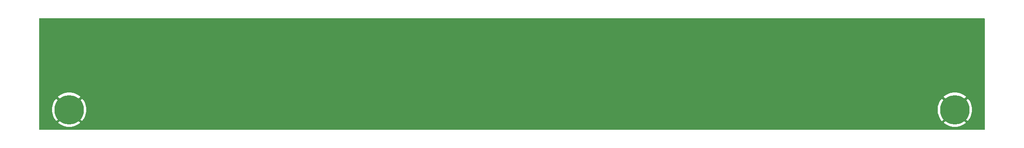
<source format=gbr>
%TF.GenerationSoftware,KiCad,Pcbnew,8.0.6*%
%TF.CreationDate,2025-01-17T17:38:42+00:00*%
%TF.ProjectId,front,66726f6e-742e-46b6-9963-61645f706362,rev?*%
%TF.SameCoordinates,Original*%
%TF.FileFunction,Copper,L2,Bot*%
%TF.FilePolarity,Positive*%
%FSLAX46Y46*%
G04 Gerber Fmt 4.6, Leading zero omitted, Abs format (unit mm)*
G04 Created by KiCad (PCBNEW 8.0.6) date 2025-01-17 17:38:42*
%MOMM*%
%LPD*%
G01*
G04 APERTURE LIST*
%TA.AperFunction,ComponentPad*%
%ADD10C,6.000000*%
%TD*%
G04 APERTURE END LIST*
D10*
%TO.P,H18,1*%
%TO.N,GND*%
X81900000Y-87400000D03*
%TD*%
%TO.P,H16,1*%
%TO.N,GND*%
X261900000Y-87400000D03*
%TD*%
%TA.AperFunction,Conductor*%
%TO.N,GND*%
G36*
X267942539Y-68720185D02*
G01*
X267988294Y-68772989D01*
X267999500Y-68824500D01*
X267999500Y-91375500D01*
X267979815Y-91442539D01*
X267927011Y-91488294D01*
X267875500Y-91499500D01*
X75924500Y-91499500D01*
X75857461Y-91479815D01*
X75811706Y-91427011D01*
X75800500Y-91375500D01*
X75800500Y-87399999D01*
X78395197Y-87399999D01*
X78395197Y-87400000D01*
X78414397Y-87766353D01*
X78471784Y-88128684D01*
X78471784Y-88128686D01*
X78566736Y-88483051D01*
X78698204Y-88825535D01*
X78864754Y-89152406D01*
X79064553Y-89460070D01*
X79253297Y-89693148D01*
X80605748Y-88340698D01*
X80679588Y-88442330D01*
X80857670Y-88620412D01*
X80959300Y-88694251D01*
X79606850Y-90046701D01*
X79839929Y-90235446D01*
X80147593Y-90435245D01*
X80474464Y-90601795D01*
X80816948Y-90733263D01*
X81171314Y-90828215D01*
X81533646Y-90885602D01*
X81899999Y-90904803D01*
X81900001Y-90904803D01*
X82266353Y-90885602D01*
X82628684Y-90828215D01*
X82628686Y-90828215D01*
X82983051Y-90733263D01*
X83325535Y-90601795D01*
X83652406Y-90435245D01*
X83960064Y-90235450D01*
X84193148Y-90046701D01*
X82840698Y-88694251D01*
X82942330Y-88620412D01*
X83120412Y-88442330D01*
X83194251Y-88340698D01*
X84546701Y-89693148D01*
X84735450Y-89460064D01*
X84935245Y-89152406D01*
X85101795Y-88825535D01*
X85233263Y-88483051D01*
X85328215Y-88128686D01*
X85328215Y-88128684D01*
X85385602Y-87766353D01*
X85404803Y-87400000D01*
X85404803Y-87399999D01*
X258395197Y-87399999D01*
X258395197Y-87400000D01*
X258414397Y-87766353D01*
X258471784Y-88128684D01*
X258471784Y-88128686D01*
X258566736Y-88483051D01*
X258698204Y-88825535D01*
X258864754Y-89152406D01*
X259064553Y-89460070D01*
X259253297Y-89693148D01*
X260605748Y-88340698D01*
X260679588Y-88442330D01*
X260857670Y-88620412D01*
X260959300Y-88694251D01*
X259606850Y-90046701D01*
X259839929Y-90235446D01*
X260147593Y-90435245D01*
X260474464Y-90601795D01*
X260816948Y-90733263D01*
X261171314Y-90828215D01*
X261533646Y-90885602D01*
X261899999Y-90904803D01*
X261900001Y-90904803D01*
X262266353Y-90885602D01*
X262628684Y-90828215D01*
X262628686Y-90828215D01*
X262983051Y-90733263D01*
X263325535Y-90601795D01*
X263652406Y-90435245D01*
X263960064Y-90235450D01*
X264193148Y-90046701D01*
X262840698Y-88694251D01*
X262942330Y-88620412D01*
X263120412Y-88442330D01*
X263194251Y-88340698D01*
X264546701Y-89693148D01*
X264735450Y-89460064D01*
X264935245Y-89152406D01*
X265101795Y-88825535D01*
X265233263Y-88483051D01*
X265328215Y-88128686D01*
X265328215Y-88128684D01*
X265385602Y-87766353D01*
X265404803Y-87400000D01*
X265404803Y-87399999D01*
X265385602Y-87033646D01*
X265328215Y-86671315D01*
X265328215Y-86671313D01*
X265233263Y-86316948D01*
X265101795Y-85974464D01*
X264935245Y-85647594D01*
X264735446Y-85339929D01*
X264546701Y-85106850D01*
X263194251Y-86459300D01*
X263120412Y-86357670D01*
X262942330Y-86179588D01*
X262840698Y-86105748D01*
X264193149Y-84753297D01*
X263960070Y-84564553D01*
X263652406Y-84364754D01*
X263325535Y-84198204D01*
X262983051Y-84066736D01*
X262628685Y-83971784D01*
X262266353Y-83914397D01*
X261900001Y-83895197D01*
X261899999Y-83895197D01*
X261533646Y-83914397D01*
X261171315Y-83971784D01*
X261171313Y-83971784D01*
X260816948Y-84066736D01*
X260474464Y-84198204D01*
X260147594Y-84364754D01*
X259839924Y-84564557D01*
X259606849Y-84753296D01*
X259606849Y-84753297D01*
X260959301Y-86105748D01*
X260857670Y-86179588D01*
X260679588Y-86357670D01*
X260605748Y-86459300D01*
X259253297Y-85106849D01*
X259253296Y-85106849D01*
X259064557Y-85339924D01*
X258864754Y-85647594D01*
X258698204Y-85974464D01*
X258566736Y-86316948D01*
X258471784Y-86671313D01*
X258471784Y-86671315D01*
X258414397Y-87033646D01*
X258395197Y-87399999D01*
X85404803Y-87399999D01*
X85385602Y-87033646D01*
X85328215Y-86671315D01*
X85328215Y-86671313D01*
X85233263Y-86316948D01*
X85101795Y-85974464D01*
X84935245Y-85647594D01*
X84735446Y-85339929D01*
X84546701Y-85106850D01*
X83194251Y-86459300D01*
X83120412Y-86357670D01*
X82942330Y-86179588D01*
X82840698Y-86105748D01*
X84193149Y-84753297D01*
X83960070Y-84564553D01*
X83652406Y-84364754D01*
X83325535Y-84198204D01*
X82983051Y-84066736D01*
X82628685Y-83971784D01*
X82266353Y-83914397D01*
X81900001Y-83895197D01*
X81899999Y-83895197D01*
X81533646Y-83914397D01*
X81171315Y-83971784D01*
X81171313Y-83971784D01*
X80816948Y-84066736D01*
X80474464Y-84198204D01*
X80147594Y-84364754D01*
X79839924Y-84564557D01*
X79606849Y-84753296D01*
X79606849Y-84753297D01*
X80959301Y-86105748D01*
X80857670Y-86179588D01*
X80679588Y-86357670D01*
X80605748Y-86459300D01*
X79253297Y-85106849D01*
X79253296Y-85106849D01*
X79064557Y-85339924D01*
X78864754Y-85647594D01*
X78698204Y-85974464D01*
X78566736Y-86316948D01*
X78471784Y-86671313D01*
X78471784Y-86671315D01*
X78414397Y-87033646D01*
X78395197Y-87399999D01*
X75800500Y-87399999D01*
X75800500Y-68824500D01*
X75820185Y-68757461D01*
X75872989Y-68711706D01*
X75924500Y-68700500D01*
X267875500Y-68700500D01*
X267942539Y-68720185D01*
G37*
%TD.AperFunction*%
%TD*%
M02*

</source>
